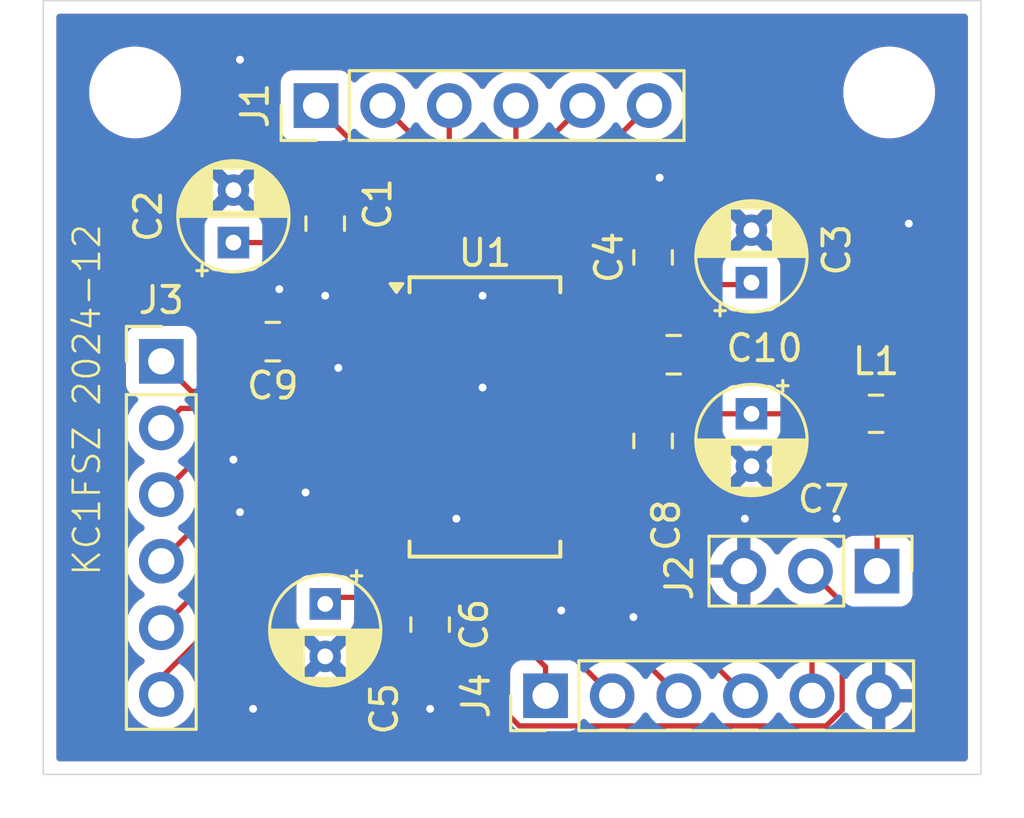
<source format=kicad_pcb>
(kicad_pcb (version 20240108) (generator "pcbnew") (generator_version "8.0")
  (layers (0 "F.Cu" signal) (31 "B.Cu" signal) (34 "B.Paste" user) (35 "F.Paste" user) (36 "B.SilkS" user "B.Silkscreen") (37 "F.SilkS" user "F.Silkscreen") (38 "B.Mask" user) (39 "F.Mask" user) (44 "Edge.Cuts" user))
  (net 0 "")
  (net 1 "VREFL")
  (net 2 "GND")
  (net 3 "Net-(U1-VREFR)")
  (net 4 "+3.3V")
  (net 5 "Net-(U1-VCC)")
  (net 6 "VCOML")
  (net 7 "VCOMR")
  (net 8 "Q_MINUS")
  (net 9 "Q_PLUS")
  (net 10 "I_PLUS")
  (net 11 "I_MINUS")
  (net 12 "+5V")
  (net 13 "OSR1")
  (net 14 "FMT1")
  (net 15 "OSR2")
  (net 16 "S{slash}~{M}")
  (net 17 "FMT0")
  (net 18 "OSR0")
  (net 19 "BCK")
  (net 20 "DATA")
  (net 21 "~{RST}")
  (net 22 "LRCK")
  (net 23 "SCK")
  (footprint "Capacitor_SMD:C_0805_2012Metric_Pad1.18x1.45mm_HandSolder" (layer "F.Cu") (at 157.5 119.2875 -90)
    (property "Reference" "C6" (at 0 -1.68 90) (layer "F.SilkS"))
    (property "Value" "0.1u")
    (pad "1" smd roundrect (at -1.0375 0 270) (size 1.175 1.45) (layers "F.Cu" "F.Paste" "F.Mask") (roundrect_rratio 0.212766) (net 4 "+3.3V"))
    (pad "2" smd roundrect (at 1.0375 0 270) (size 1.175 1.45) (layers "F.Cu" "F.Paste" "F.Mask") (roundrect_rratio 0.212766) (net 2 "GND"))
  )
  (footprint "Capacitor_SMD:C_0805_2012Metric_Pad1.18x1.45mm_HandSolder" (layer "F.Cu") (at 153.5 104 90)
    (property "Reference" "C1" (at 0.75 2 90) (layer "F.SilkS"))
    (property "Value" "0.1u")
    (pad "1" smd roundrect (at -1.0375 0 90) (size 1.175 1.45) (layers "F.Cu" "F.Paste" "F.Mask") (roundrect_rratio 0.212766) (net 1 "VREFL"))
    (pad "2" smd roundrect (at 1.0375 0 90) (size 1.175 1.45) (layers "F.Cu" "F.Paste" "F.Mask") (roundrect_rratio 0.212766) (net 2 "GND"))
  )
  (footprint "Connector_PinHeader_2.54mm:PinHeader_1x03_P2.54mm_Vertical" (layer "F.Cu") (at 174.54 117.25 -90)
    (property "Reference" "J2" (at 0.25 7.54 90) (layer "F.SilkS"))
    (property "Value" "Power")
    (pad "1" thru_hole rect (at 0 0 270) (size 1.7 1.7) (drill 1) (layers "*.Cu" "*.Mask") (net 12 "+5V"))
    (pad "2" thru_hole oval (at 0 2.54 270) (size 1.7 1.7) (drill 1) (layers "*.Cu" "*.Mask") (net 4 "+3.3V"))
    (pad "3" thru_hole oval (at 0 5.08 270) (size 1.7 1.7) (drill 1) (layers "*.Cu" "*.Mask") (net 2 "GND"))
  )
  (footprint "Capacitor_THT:CP_Radial_D4.0mm_P2.00mm" (layer "F.Cu") (at 169.75 106.25 90)
    (property "Reference" "C3" (at 1.25 3.25 90) (layer "F.SilkS"))
    (property "Value" "10u")
    (pad "1" thru_hole rect (at 0 0 90) (size 1.2 1.2) (drill 0.6) (layers "*.Cu" "*.Mask") (net 3 "Net-(U1-VREFR)"))
    (pad "2" thru_hole circle (at 2 0 90) (size 1.2 1.2) (drill 0.6) (layers "*.Cu" "*.Mask") (net 2 "GND"))
  )
  (footprint "Capacitor_SMD:C_0805_2012Metric_Pad1.18x1.45mm_HandSolder" (layer "F.Cu") (at 151.5 108.5 180)
    (property "Reference" "C9" (at 0 -1.68 360) (layer "F.SilkS"))
    (property "Value" "1u")
    (pad "1" smd roundrect (at -1.0375 0 180) (size 1.175 1.45) (layers "F.Cu" "F.Paste" "F.Mask") (roundrect_rratio 0.212766) (net 6 "VCOML"))
    (pad "2" smd roundrect (at 1.0375 0 180) (size 1.175 1.45) (layers "F.Cu" "F.Paste" "F.Mask") (roundrect_rratio 0.212766) (net 2 "GND"))
  )
  (footprint "Connector_PinHeader_2.54mm:PinHeader_1x06_P2.54mm_Vertical" (layer "F.Cu") (at 153.15 99.5 90)
    (property "Reference" "J1" (at 0 -2.33 90) (layer "F.SilkS"))
    (property "Value" "IQ")
    (pad "1" thru_hole rect (at 0 0 90) (size 1.7 1.7) (drill 1) (layers "*.Cu" "*.Mask") (net 6 "VCOML"))
    (pad "2" thru_hole oval (at 0 2.54 90) (size 1.7 1.7) (drill 1) (layers "*.Cu" "*.Mask") (net 10 "I_PLUS"))
    (pad "3" thru_hole oval (at 0 5.08 90) (size 1.7 1.7) (drill 1) (layers "*.Cu" "*.Mask") (net 11 "I_MINUS"))
    (pad "4" thru_hole oval (at 0 7.62 90) (size 1.7 1.7) (drill 1) (layers "*.Cu" "*.Mask") (net 8 "Q_MINUS"))
    (pad "5" thru_hole oval (at 0 10.16 90) (size 1.7 1.7) (drill 1) (layers "*.Cu" "*.Mask") (net 9 "Q_PLUS"))
    (pad "6" thru_hole oval (at 0 12.7 90) (size 1.7 1.7) (drill 1) (layers "*.Cu" "*.Mask") (net 7 "VCOMR"))
  )
  (footprint "Capacitor_THT:CP_Radial_D4.0mm_P2.00mm" (layer "F.Cu") (at 150 104.7226 90)
    (property "Reference" "C2" (at 1 -3.25 90) (layer "F.SilkS"))
    (property "Value" "10u")
    (pad "1" thru_hole rect (at 0 0 90) (size 1.2 1.2) (drill 0.6) (layers "*.Cu" "*.Mask") (net 1 "VREFL"))
    (pad "2" thru_hole circle (at 2 0 90) (size 1.2 1.2) (drill 0.6) (layers "*.Cu" "*.Mask") (net 2 "GND"))
  )
  (footprint "Capacitor_SMD:C_0805_2012Metric_Pad1.18x1.45mm_HandSolder" (layer "F.Cu") (at 166 112.2875 -90)
    (property "Reference" "C8" (at 3.2125 -0.5 90) (layer "F.SilkS"))
    (property "Value" "0.1u")
    (pad "1" smd roundrect (at -1.0375 0 270) (size 1.175 1.45) (layers "F.Cu" "F.Paste" "F.Mask") (roundrect_rratio 0.212766) (net 5 "Net-(U1-VCC)"))
    (pad "2" smd roundrect (at 1.0375 0 270) (size 1.175 1.45) (layers "F.Cu" "F.Paste" "F.Mask") (roundrect_rratio 0.212766) (net 2 "GND"))
  )
  (footprint "MountingHole:MountingHole_3mm" (layer "F.Cu") (at 175 99)
    (property "Reference" "H2" (hide yes))
    (property "Value" "MountingHole")
    (pad "" np_thru_hole circle (at 0 0) (size 3 3) (drill 3) (layers "*.Cu" "*.Mask"))
  )
  (footprint "Capacitor_THT:CP_Radial_D4.0mm_P2.00mm" (layer "F.Cu") (at 153.5 118.5 -90)
    (property "Reference" "C5" (at 4 -2.25 90) (layer "F.SilkS"))
    (property "Value" "10u")
    (pad "1" thru_hole rect (at 0 0 270) (size 1.2 1.2) (drill 0.6) (layers "*.Cu" "*.Mask") (net 4 "+3.3V"))
    (pad "2" thru_hole circle (at 2 0 270) (size 1.2 1.2) (drill 0.6) (layers "*.Cu" "*.Mask") (net 2 "GND"))
  )
  (footprint "Connector_PinHeader_2.54mm:PinHeader_1x06_P2.54mm_Vertical" (layer "F.Cu") (at 147.25 109.25)
    (property "Reference" "J3" (at 0 -2.33 360) (layer "F.SilkS"))
    (property "Value" "Config")
    (pad "1" thru_hole rect (at 0 0) (size 1.7 1.7) (drill 1) (layers "*.Cu" "*.Mask") (net 17 "FMT0"))
    (pad "2" thru_hole oval (at 0 2.54) (size 1.7 1.7) (drill 1) (layers "*.Cu" "*.Mask") (net 14 "FMT1"))
    (pad "3" thru_hole oval (at 0 5.08) (size 1.7 1.7) (drill 1) (layers "*.Cu" "*.Mask") (net 16 "S{slash}~{M}"))
    (pad "4" thru_hole oval (at 0 7.62) (size 1.7 1.7) (drill 1) (layers "*.Cu" "*.Mask") (net 18 "OSR0"))
    (pad "5" thru_hole oval (at 0 10.16) (size 1.7 1.7) (drill 1) (layers "*.Cu" "*.Mask") (net 13 "OSR1"))
    (pad "6" thru_hole oval (at 0 12.7) (size 1.7 1.7) (drill 1) (layers "*.Cu" "*.Mask") (net 15 "OSR2"))
  )
  (footprint "Inductor_SMD:L_0805_2012Metric_Pad1.15x1.40mm_HandSolder" (layer "F.Cu") (at 174.5 111.25 180)
    (property "Reference" "L1" (at 0 2 360) (layer "F.SilkS"))
    (property "Value" "47u")
    (pad "1" smd roundrect (at -1.025 0 180) (size 1.15 1.4) (layers "F.Cu" "F.Paste" "F.Mask") (roundrect_rratio 0.217391) (net 12 "+5V"))
    (pad "2" smd roundrect (at 1.025 0 180) (size 1.15 1.4) (layers "F.Cu" "F.Paste" "F.Mask") (roundrect_rratio 0.217391) (net 5 "Net-(U1-VCC)"))
  )
  (footprint "Package_SO:SSOP-28_5.3x10.2mm_P0.65mm" (layer "F.Cu") (at 159.59 111.37)
    (property "Reference" "U1" (at 0 -6.25 0) (layer "F.SilkS"))
    (property "Value" "PCM1804DBR")
    (pad "1" smd rect (at -3.6 -4.225) (size 1.75 0.45) (layers "F.Cu" "F.Paste" "F.Mask") (net 1 "VREFL"))
    (pad "2" smd rect (at -3.6 -3.575) (size 1.75 0.45) (layers "F.Cu" "F.Paste" "F.Mask") (net 2 "GND"))
    (pad "3" smd rect (at -3.6 -2.925) (size 1.75 0.45) (layers "F.Cu" "F.Paste" "F.Mask") (net 6 "VCOML"))
    (pad "4" smd rect (at -3.6 -2.275) (size 1.75 0.45) (layers "F.Cu" "F.Paste" "F.Mask") (net 10 "I_PLUS"))
    (pad "5" smd rect (at -3.6 -1.625) (size 1.75 0.45) (layers "F.Cu" "F.Paste" "F.Mask") (net 11 "I_MINUS"))
    (pad "6" smd rect (at -3.6 -0.975) (size 1.75 0.45) (layers "F.Cu" "F.Paste" "F.Mask") (net 17 "FMT0"))
    (pad "7" smd rect (at -3.6 -0.325) (size 1.75 0.45) (layers "F.Cu" "F.Paste" "F.Mask") (net 14 "FMT1"))
    (pad "8" smd rect (at -3.6 0.325) (size 1.75 0.45) (layers "F.Cu" "F.Paste" "F.Mask") (net 16 "S{slash}~{M}"))
    (pad "9" smd rect (at -3.6 0.975) (size 1.75 0.45) (layers "F.Cu" "F.Paste" "F.Mask") (net 18 "OSR0"))
    (pad "10" smd rect (at -3.6 1.625) (size 1.75 0.45) (layers "F.Cu" "F.Paste" "F.Mask") (net 13 "OSR1"))
    (pad "11" smd rect (at -3.6 2.275) (size 1.75 0.45) (layers "F.Cu" "F.Paste" "F.Mask") (net 15 "OSR2"))
    (pad "12" smd rect (at -3.6 2.925) (size 1.75 0.45) (layers "F.Cu" "F.Paste" "F.Mask") (net 2 "GND"))
    (pad "13" smd rect (at -3.6 3.575) (size 1.75 0.45) (layers "F.Cu" "F.Paste" "F.Mask") (net 2 "GND"))
    (pad "14" smd rect (at -3.6 4.225) (size 1.75 0.45) (layers "F.Cu" "F.Paste" "F.Mask") (net 4 "+3.3V"))
    (pad "15" smd rect (at 3.6 4.225) (size 1.75 0.45) (layers "F.Cu" "F.Paste" "F.Mask") (net 20 "DATA"))
    (pad "16" smd rect (at 3.6 3.575) (size 1.75 0.45) (layers "F.Cu" "F.Paste" "F.Mask") (net 19 "BCK"))
    (pad "17" smd rect (at 3.6 2.925) (size 1.75 0.45) (layers "F.Cu" "F.Paste" "F.Mask") (net 22 "LRCK"))
    (pad "18" smd rect (at 3.6 2.275) (size 1.75 0.45) (layers "F.Cu" "F.Paste" "F.Mask") (net 23 "SCK"))
    (pad "19" smd rect (at 3.6 1.625) (size 1.75 0.45) (layers "F.Cu" "F.Paste" "F.Mask") (net 21 "~{RST}"))
    (pad "20" smd rect (at 3.6 0.975) (size 1.75 0.45) (layers "F.Cu" "F.Paste" "F.Mask"))
    (pad "21" smd rect (at 3.6 0.325) (size 1.75 0.45) (layers "F.Cu" "F.Paste" "F.Mask"))
    (pad "22" smd rect (at 3.6 -0.325) (size 1.75 0.45) (layers "F.Cu" "F.Paste" "F.Mask") (net 5 "Net-(U1-VCC)"))
    (pad "23" smd rect (at 3.6 -0.975) (size 1.75 0.45) (layers "F.Cu" "F.Paste" "F.Mask") (net 2 "GND"))
    (pad "24" smd rect (at 3.6 -1.625) (size 1.75 0.45) (layers "F.Cu" "F.Paste" "F.Mask") (net 8 "Q_MINUS"))
    (pad "25" smd rect (at 3.6 -2.275) (size 1.75 0.45) (layers "F.Cu" "F.Paste" "F.Mask") (net 9 "Q_PLUS"))
    (pad "26" smd rect (at 3.6 -2.925) (size 1.75 0.45) (layers "F.Cu" "F.Paste" "F.Mask") (net 7 "VCOMR"))
    (pad "27" smd rect (at 3.6 -3.575) (size 1.75 0.45) (layers "F.Cu" "F.Paste" "F.Mask") (net 2 "GND"))
    (pad "28" smd rect (at 3.6 -4.225) (size 1.75 0.45) (layers "F.Cu" "F.Paste" "F.Mask") (net 3 "Net-(U1-VREFR)"))
  )
  (footprint "Capacitor_THT:CP_Radial_D4.0mm_P2.00mm" (layer "F.Cu") (at 169.75 111.25 -90)
    (property "Reference" "C7" (at 3.25 -2.75 180) (layer "F.SilkS"))
    (property "Value" "10u")
    (pad "1" thru_hole rect (at 0 0 270) (size 1.2 1.2) (drill 0.6) (layers "*.Cu" "*.Mask") (net 5 "Net-(U1-VCC)"))
    (pad "2" thru_hole circle (at 2 0 270) (size 1.2 1.2) (drill 0.6) (layers "*.Cu" "*.Mask") (net 2 "GND"))
  )
  (footprint "Capacitor_SMD:C_0805_2012Metric_Pad1.18x1.45mm_HandSolder" (layer "F.Cu") (at 166 105.2875 90)
    (property "Reference" "C4" (at 0 -1.68 90) (layer "F.SilkS"))
    (property "Value" "0.1u")
    (pad "1" smd roundrect (at -1.0375 0 90) (size 1.175 1.45) (layers "F.Cu" "F.Paste" "F.Mask") (roundrect_rratio 0.212766) (net 3 "Net-(U1-VREFR)"))
    (pad "2" smd roundrect (at 1.0375 0 90) (size 1.175 1.45) (layers "F.Cu" "F.Paste" "F.Mask") (roundrect_rratio 0.212766) (net 2 "GND"))
  )
  (footprint "Capacitor_SMD:C_0805_2012Metric_Pad1.18x1.45mm_HandSolder" (layer "F.Cu") (at 166.7875 109)
    (property "Reference" "C10" (at 3.4625 -0.25 360) (layer "F.SilkS"))
    (property "Value" "1u")
    (pad "1" smd roundrect (at -1.0375 0) (size 1.175 1.45) (layers "F.Cu" "F.Paste" "F.Mask") (roundrect_rratio 0.212766) (net 7 "VCOMR"))
    (pad "2" smd roundrect (at 1.0375 0) (size 1.175 1.45) (layers "F.Cu" "F.Paste" "F.Mask") (roundrect_rratio 0.212766) (net 2 "GND"))
  )
  (footprint "Connector_PinHeader_2.54mm:PinHeader_1x06_P2.54mm_Vertical" (layer "F.Cu") (at 161.9 122 90)
    (property "Reference" "J4" (at 0 -2.65 90) (layer "F.SilkS"))
    (property "Value" "Conn_01x06")
    (pad "1" thru_hole rect (at 0 0 90) (size 1.7 1.7) (drill 1) (layers "*.Cu" "*.Mask") (net 21 "~{RST}"))
    (pad "2" thru_hole oval (at 0 2.54 90) (size 1.7 1.7) (drill 1) (layers "*.Cu" "*.Mask") (net 23 "SCK"))
    (pad "3" thru_hole oval (at 0 5.08 90) (size 1.7 1.7) (drill 1) (layers "*.Cu" "*.Mask") (net 22 "LRCK"))
    (pad "4" thru_hole oval (at 0 7.62 90) (size 1.7 1.7) (drill 1) (layers "*.Cu" "*.Mask") (net 19 "BCK"))
    (pad "5" thru_hole oval (at 0 10.16 90) (size 1.7 1.7) (drill 1) (layers "*.Cu" "*.Mask") (net 20 "DATA"))
    (pad "6" thru_hole oval (at 0 12.7 90) (size 1.7 1.7) (drill 1) (layers "*.Cu" "*.Mask") (net 2 "GND"))
  )
  (footprint "MountingHole:MountingHole_3mm" (layer "F.Cu") (at 146.25 99)
    (property "Reference" "H1" (hide yes))
    (property "Value" "MountingHole")
    (pad "" np_thru_hole circle (at 0 0) (size 3 3) (drill 3) (layers "*.Cu" "*.Mask"))
  )
  (gr_rect (start 142.75 95.5) (end 178.5 125) (stroke (width 0.05)) (fill none) (layer "Edge.Cuts"))
  (gr_text "KC1FSZ 2024-12" (at 145 117.5 90) (layer "F.SilkS") (effects (font (size 1 1) (thickness 0.1)) (justify left bottom)))
  (segment (start 155.99 107.145) (end 155.6075 107.145) (width 0.2) (layer "F.Cu") (net 1))
  (segment (start 150 104.7226) (end 153.1851 104.7226) (width 0.2) (layer "F.Cu") (net 1))
  (segment (start 153.1851 104.7226) (end 153.5 105.0375) (width 0.2) (layer "F.Cu") (net 1))
  (segment (start 155.6075 107.145) (end 153.5 105.0375) (width 0.2) (layer "F.Cu") (net 1))
  (segment (start 158.205 114.295) (end 158.25 114.25) (width 0.2) (layer "F.Cu") (net 2))
  (segment (start 163.19 107.795) (end 166.62 107.795) (width 0.2) (layer "F.Cu") (net 2))
  (segment (start 155.99 114.295) (end 158.205 114.295) (width 0.2) (layer "F.Cu") (net 2))
  (segment (start 161.105 110.395) (end 161 110.5) (width 0.2) (layer "F.Cu") (net 2))
  (segment (start 154.295 107.795) (end 154 107.5) (width 0.2) (layer "F.Cu") (net 2))
  (segment (start 166.62 107.795) (end 167.825 109) (width 0.2) (layer "F.Cu") (net 2))
  (segment (start 155.99 107.795) (end 154.295 107.795) (width 0.2) (layer "F.Cu") (net 2))
  (segment (start 163.19 110.395) (end 161.105 110.395) (width 0.2) (layer "F.Cu") (net 2))
  (via (at 169.5 115.25) (size 0.6) (drill 0.3) (layers "F.Cu" "B.Cu") (net 2))
  (via (at 150.25 115) (size 0.6) (drill 0.3) (layers "F.Cu" "B.Cu") (net 2))
  (via (at 158.5 115.25) (size 0.6) (drill 0.3) (layers "F.Cu" "B.Cu") (net 2))
  (via (at 173 115.25) (size 0.6) (drill 0.3) (layers "F.Cu" "B.Cu") (net 2))
  (via (at 150 113) (size 0.6) (drill 0.3) (layers "F.Cu" "B.Cu") (net 2))
  (via (at 154 109.5) (size 0.6) (drill 0.3) (layers "F.Cu" "B.Cu") (net 2))
  (via (at 157.5 122.5) (size 0.6) (drill 0.3) (layers "F.Cu" "B.Cu") (net 2))
  (via (at 152.75 114.25) (size 0.6) (drill 0.3) (layers "F.Cu" "B.Cu") (net 2))
  (via (at 159.5 106.75) (size 0.6) (drill 0.3) (layers "F.Cu" "B.Cu") (net 2))
  (via (at 166.25 102.25) (size 0.6) (drill 0.3) (layers "F.Cu" "B.Cu") (net 2))
  (via (at 162.5 118.75) (size 0.6) (drill 0.3) (layers "F.Cu" "B.Cu") (net 2))
  (via (at 150.75 122.5) (size 0.6) (drill 0.3) (layers "F.Cu" "B.Cu") (net 2))
  (via (at 151.75 106.5) (size 0.6) (drill 0.3) (layers "F.Cu" "B.Cu") (net 2))
  (via (at 159.5 110.25) (size 0.6) (drill 0.3) (layers "F.Cu" "B.Cu") (net 2))
  (via (at 175.75 104) (size 0.6) (drill 0.3) (layers "F.Cu" "B.Cu") (net 2))
  (via (at 165.25 119) (size 0.6) (drill 0.3) (layers "F.Cu" "B.Cu") (net 2))
  (via (at 150.25 97.75) (size 0.6) (drill 0.3) (layers "F.Cu" "B.Cu") (net 2))
  (via (at 153.5 106.75) (size 0.6) (drill 0.3) (layers "F.Cu" "B.Cu") (net 2))
  (segment (start 169.675 106.325) (end 169.75 106.25) (width 0.2) (layer "F.Cu") (net 3))
  (segment (start 166 106.325) (end 169.675 106.325) (width 0.2) (layer "F.Cu") (net 3))
  (segment (start 163.19 107.145) (end 165.18 107.145) (width 0.2) (layer "F.Cu") (net 3))
  (segment (start 165.18 107.145) (end 166 106.325) (width 0.2) (layer "F.Cu") (net 3))
  (segment (start 173.21 118.46) (end 173.21 122.54) (width 0.2) (layer "F.Cu") (net 4))
  (segment (start 153.75 118.25) (end 153.5 118.5) (width 0.2) (layer "F.Cu") (net 4))
  (segment (start 155.99 116.74) (end 157.5 118.25) (width 0.2) (layer "F.Cu") (net 4))
  (segment (start 158.525 119.275) (end 157.5 118.25) (width 0.2) (layer "F.Cu") (net 4))
  (segment (start 160.9 123.15) (end 158.525 120.775) (width 0.2) (layer "F.Cu") (net 4))
  (segment (start 172 117.25) (end 173.21 118.46) (width 0.2) (layer "F.Cu") (net 4))
  (segment (start 172.6 123.15) (end 160.9 123.15) (width 0.2) (layer "F.Cu") (net 4))
  (segment (start 155.99 115.595) (end 155.99 116.74) (width 0.2) (layer "F.Cu") (net 4))
  (segment (start 173.21 122.54) (end 172.6 123.15) (width 0.2) (layer "F.Cu") (net 4))
  (segment (start 157.5 118.25) (end 153.75 118.25) (width 0.2) (layer "F.Cu") (net 4))
  (segment (start 158.525 120.775) (end 158.525 119.275) (width 0.2) (layer "F.Cu") (net 4))
  (segment (start 165.795 111.045) (end 166 111.25) (width 0.2) (layer "F.Cu") (net 5))
  (segment (start 163.19 111.045) (end 165.795 111.045) (width 0.2) (layer "F.Cu") (net 5))
  (segment (start 166 111.25) (end 169.75 111.25) (width 0.2) (layer "F.Cu") (net 5))
  (segment (start 169.75 111.25) (end 173.475 111.25) (width 0.2) (layer "F.Cu") (net 5))
  (segment (start 157.065 108.445) (end 157.165 108.345) (width 0.2) (layer "F.Cu") (net 6))
  (segment (start 155.555 108.445) (end 155.5 108.5) (width 0.2) (layer "F.Cu") (net 6))
  (segment (start 155.99 108.445) (end 155.555 108.445) (width 0.2) (layer "F.Cu") (net 6))
  (segment (start 155.99 108.445) (end 157.065 108.445) (width 0.2) (layer "F.Cu") (net 6))
  (segment (start 157.165 103.515) (end 153.15 99.5) (width 0.2) (layer "F.Cu") (net 6))
  (segment (start 155.5 108.5) (end 152.5375 108.5) (width 0.2) (layer "F.Cu") (net 6))
  (segment (start 157.165 108.345) (end 157.165 103.515) (width 0.2) (layer "F.Cu") (net 6))
  (segment (start 162 108.305) (end 162 103.35) (width 0.2) (layer "F.Cu") (net 7))
  (segment (start 163.19 108.445) (end 165.195 108.445) (width 0.2) (layer "F.Cu") (net 7))
  (segment (start 163.19 108.445) (end 162.14 108.445) (width 0.2) (layer "F.Cu") (net 7))
  (segment (start 162 103.35) (end 165.85 99.5) (width 0.2) (layer "F.Cu") (net 7))
  (segment (start 165.195 108.445) (end 165.75 109) (width 0.2) (layer "F.Cu") (net 7))
  (segment (start 162.14 108.445) (end 162 108.305) (width 0.2) (layer "F.Cu") (net 7))
  (segment (start 160.77 108.315685) (end 160.77 99.5) (width 0.2) (layer "F.Cu") (net 8))
  (segment (start 162.199315 109.745) (end 160.77 108.315685) (width 0.2) (layer "F.Cu") (net 8))
  (segment (start 163.19 109.745) (end 162.199315 109.745) (width 0.2) (layer "F.Cu") (net 8))
  (segment (start 161.5 108.48) (end 161.5 101.31) (width 0.2) (layer "F.Cu") (net 9))
  (segment (start 163.19 109.095) (end 162.115 109.095) (width 0.2) (layer "F.Cu") (net 9))
  (segment (start 162.115 109.095) (end 161.5 108.48) (width 0.2) (layer "F.Cu") (net 9))
  (segment (start 161.5 101.31) (end 163.31 99.5) (width 0.2) (layer "F.Cu") (net 9))
  (segment (start 157.75 108.325685) (end 157.75 101.56) (width 0.2) (layer "F.Cu") (net 10))
  (segment (start 155.99 109.095) (end 156.980685 109.095) (width 0.2) (layer "F.Cu") (net 10))
  (segment (start 157.75 101.56) (end 155.69 99.5) (width 0.2) (layer "F.Cu") (net 10))
  (segment (start 156.980685 109.095) (end 157.75 108.325685) (width 0.2) (layer "F.Cu") (net 10))
  (segment (start 157.065 109.745) (end 158.23 108.58) (width 0.2) (layer "F.Cu") (net 11))
  (segment (start 155.99 109.745) (end 157.065 109.745) (width 0.2) (layer "F.Cu") (net 11))
  (segment (start 158.23 108.58) (end 158.23 99.5) (width 0.2) (layer "F.Cu") (net 11))
  (segment (start 174.54 117.25) (end 174.54 112.235) (width 0.2) (layer "F.Cu") (net 12))
  (segment (start 174.54 112.235) (end 175.525 111.25) (width 0.2) (layer "F.Cu") (net 12))
  (segment (start 147.25 119.41) (end 151.5 115.16) (width 0.2) (layer "F.Cu") (net 13))
  (segment (start 151.755 112.995) (end 155.99 112.995) (width 0.2) (layer "F.Cu") (net 13))
  (segment (start 151.5 113.25) (end 151.755 112.995) (width 0.2) (layer "F.Cu") (net 13))
  (segment (start 151.5 115.16) (end 151.5 113.25) (width 0.2) (layer "F.Cu") (net 13))
  (segment (start 147.25 111.79) (end 147.995 111.045) (width 0.2) (layer "F.Cu") (net 14))
  (segment (start 147.995 111.045) (end 155.99 111.045) (width 0.2) (layer "F.Cu") (net 14))
  (segment (start 154.915 113.645) (end 155.99 113.645) (width 0.2) (layer "F.Cu") (net 15))
  (segment (start 147.25 121.31) (end 154.915 113.645) (width 0.2) (layer "F.Cu") (net 15))
  (segment (start 147.25 121.95) (end 147.25 121.31) (width 0.2) (layer "F.Cu") (net 15))
  (segment (start 149.885 111.695) (end 155.99 111.695) (width 0.2) (layer "F.Cu") (net 16))
  (segment (start 147.25 114.33) (end 149.885 111.695) (width 0.2) (layer "F.Cu") (net 16))
  (segment (start 147.25 109.25) (end 148.395 110.395) (width 0.2) (layer "F.Cu") (net 17))
  (segment (start 148.395 110.395) (end 155.99 110.395) (width 0.2) (layer "F.Cu") (net 17))
  (segment (start 151.775 112.345) (end 155.99 112.345) (width 0.2) (layer "F.Cu") (net 18))
  (segment (start 147.25 116.87) (end 151.775 112.345) (width 0.2) (layer "F.Cu") (net 18))
  (segment (start 165.52 118) (end 169.52 122) (width 0.2) (layer "F.Cu") (net 19))
  (segment (start 163.19 114.945) (end 162.115 114.945) (width 0.2) (layer "F.Cu") (net 19))
  (segment (start 162.115 114.945) (end 161.772843 115.287157) (width 0.2) (layer "F.Cu") (net 19))
  (segment (start 163.895 118) (end 165.52 118) (width 0.2) (layer "F.Cu") (net 19))
  (segment (start 161.772843 115.287157) (end 161.772843 115.877843) (width 0.2) (layer "F.Cu") (net 19))
  (segment (start 161.772843 115.877843) (end 163.895 118) (width 0.2) (layer "F.Cu") (net 19))
  (segment (start 172.25 120.25) (end 168.5 120.25) (width 0.2) (layer "F.Cu") (net 20))
  (segment (start 168.5 120.25) (end 168 119.75) (width 0.2) (layer "F.Cu") (net 20))
  (segment (start 163.680686 115.595) (end 163.19 115.595) (width 0.2) (layer "F.Cu") (net 20))
  (segment (start 168 119.75) (end 167.835686 119.75) (width 0.2) (layer "F.Cu") (net 20))
  (segment (start 167.835686 119.75) (end 163.680686 115.595) (width 0.2) (layer "F.Cu") (net 20))
  (segment (start 172.06 120.44) (end 172.25 120.25) (width 0.2) (layer "F.Cu") (net 20))
  (segment (start 172.06 122) (end 172.06 120.44) (width 0.2) (layer "F.Cu") (net 20))
  (segment (start 163.19 112.995) (end 160.755 112.995) (width 0.2) (layer "F.Cu") (net 21))
  (segment (start 161.9 120.9) (end 161.9 122) (width 0.2) (layer "F.Cu") (net 21))
  (segment (start 160.755 112.995) (end 160 113.75) (width 0.2) (layer "F.Cu") (net 21))
  (segment (start 160 113.75) (end 160 119) (width 0.2) (layer "F.Cu") (net 21))
  (segment (start 160 119) (end 161.9 120.9) (width 0.2) (layer "F.Cu") (net 21))
  (segment (start 161.295 114.295) (end 161.25 114.25) (width 0.2) (layer "F.Cu") (net 22))
  (segment (start 161.25 116.27) (end 166.98 122) (width 0.2) (layer "F.Cu") (net 22))
  (segment (start 163.19 114.295) (end 161.295 114.295) (width 0.2) (layer "F.Cu") (net 22))
  (segment (start 161.25 114.25) (end 161.25 116.27) (width 0.2) (layer "F.Cu") (net 22))
  (segment (start 162.115 113.645) (end 162.01 113.75) (width 0.2) (layer "F.Cu") (net 23))
  (segment (start 160.75 113.75) (end 160.75 118.31) (width 0.2) (layer "F.Cu") (net 23))
  (segment (start 163.19 113.645) (end 162.115 113.645) (width 0.2) (layer "F.Cu") (net 23))
  (segment (start 162.01 113.75) (end 160.75 113.75) (width 0.2) (layer "F.Cu") (net 23))
  (segment (start 160.75 118.31) (end 164.44 122) (width 0.2) (layer "F.Cu") (net 23))
  (zone (net 2) (net_name "GND") (layer "F.Cu") (connect_pads (clearance 0.5)) (min_thickness 0.25) (fill yes (thermal_gap 0.5) (thermal_bridge_width 0.5))
    (polygon (pts (xy 142.75 95.5) (xy 142.75 125) (xy 178.5 125) (xy 178.5 95.5)))
  )
  (zone (net 2) (net_name "GND") (layer "B.Cu") (priority 1) (connect_pads (clearance 0.5)) (min_thickness 0.25) (fill yes (thermal_gap 0.5) (thermal_bridge_width 0.5))
    (polygon (pts (xy 142.75 95.5) (xy 142.75 125) (xy 178.5 125) (xy 178.5 95.5)))
  )
)
</source>
